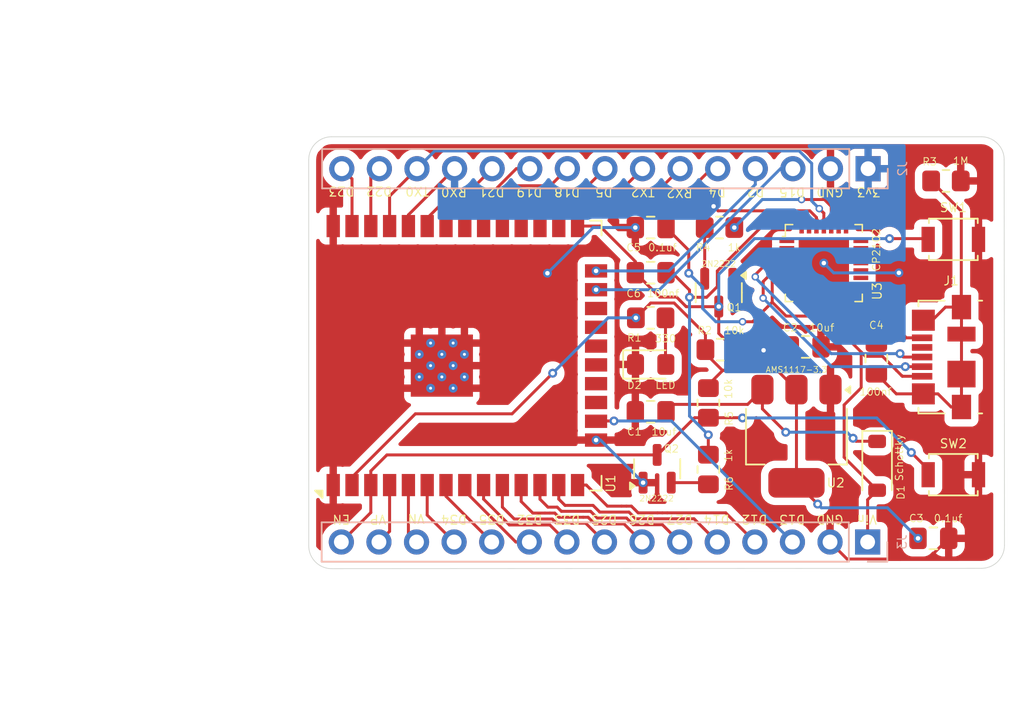
<source format=kicad_pcb>
(kicad_pcb (version 20241229) (generator "pcbnew") (generator_version "9.0")
  (title_block (title "ESP32 Dev Kit V1 (30 pin) Clone") (date "2025-04-15") (rev "3") (company "Brij Modi"))
  (layers (0 "F.Cu" signal) (2 "B.Cu" signal) (13 "F.Paste" user) (15 "B.Paste" user) (5 "F.SilkS" user "F.Silkscreen") (7 "B.SilkS" user "B.Silkscreen") (1 "F.Mask" user) (3 "B.Mask" user) (25 "Edge.Cuts" user))
  (net 0 "")
  (net 1 "Net-(D1-K)")
  (net 2 "GND")
  (net 3 "/3.3v")
  (net 4 "Net-(J1-Shield)")
  (net 5 "/5v")
  (net 6 "/DTR")
  (net 7 "/Boot")
  (net 8 "Net-(D2-A)")
  (net 10 "Net-(J1-D+)")
  (net 11 "Net-(J1-D-)")
  (net 12 "/D23")
  (net 13 "/TX2")
  (net 14 "/D5")
  (net 15 "/TX0")
  (net 16 "/D2")
  (net 17 "/D15")
  (net 18 "/D22")
  (net 19 "/D4")
  (net 20 "/D19")
  (net 21 "/D18")
  (net 22 "/D21")
  (net 23 "/RX2")
  (net 24 "/RX0")
  (net 25 "/D25")
  (net 26 "/D32")
  (net 27 "/D13")
  (net 28 "/D14")
  (net 29 "/D33")
  (net 30 "/D27")
  (net 31 "/D12")
  (net 32 "/EN")
  (net 33 "/D26")
  (net 34 "/D35")
  (net 35 "/VN")
  (net 36 "/VP")
  (net 37 "/D34")
  (net 38 "Net-(Q1-B)")
  (net 39 "Net-(Q2-B)")
  (net 40 "/RTS")
  (footprint "Resistor_SMD:R_0805_2012Metric_Pad1.20x1.40mm_HandSolder" (layer "F.Cu") (at 153.65 113.95 -90)
    (property "Reference" "R6")
    (property "Value" "1k")
  )
  (footprint "Diode_SMD:D_SOD-123" (layer "F.Cu") (at 165.05 113.7 -90)
    (property "Reference" "D1")
    (property "Value" "D_Schottky")
  )
  (footprint "Connector_USB:USB_Micro-B_Molex_47346-0001" (layer "F.Cu") (at 169.55 106.35 90)
    (property "Reference" "J1")
    (property "Value" "USB_B_Micro")
  )
  (footprint "Button_Switch_SMD:SW_SPST_B3U-1000P" (layer "F.Cu") (at 170.2 98.4)
    (property "Reference" "SW1")
    (property "Value" "SW_Push")
  )
  (footprint "Capacitor_SMD:C_0805_2012Metric_Pad1.18x1.45mm_HandSolder" (layer "F.Cu") (at 149.75 100.65 180)
    (property "Reference" "C6")
    (property "Value" "100nf")
  )
  (footprint "Button_Switch_SMD:SW_SPST_B3U-1000P" (layer "F.Cu") (at 170.2 114.3)
    (property "Reference" "SW2")
    (property "Value" "SW_Push")
  )
  (footprint "Resistor_SMD:R_0805_2012Metric_Pad1.20x1.40mm_HandSolder" (layer "F.Cu") (at 153.65 109.45 -90)
    (property "Reference" "R5")
    (property "Value" "10k")
  )
  (footprint "Package_TO_SOT_SMD:SOT-23" (layer "F.Cu") (at 154.35 102 -90)
    (property "Reference" "Q1")
    (property "Value" "2N2222")
  )
  (footprint "Resistor_SMD:R_0805_2012Metric_Pad1.20x1.40mm_HandSolder" (layer "F.Cu") (at 149.75 103.7)
    (property "Reference" "R1")
    (property "Value" "330")
  )
  (footprint "LED_SMD:LED_0805_2012Metric_Pad1.15x1.40mm_HandSolder" (layer "F.Cu") (at 149.75 106.85)
    (property "Reference" "D2")
    (property "Value" "LED")
  )
  (footprint "digikey-footprints:VFQFN-28-1EP_5x5mm" (layer "F.Cu") (at 161.45 100)
    (property "Reference" "U3")
    (property "Value" "CP2102-GMR_NRND")
  )
  (footprint "Capacitor_SMD:C_0805_2012Metric_Pad1.18x1.45mm_HandSolder" (layer "F.Cu") (at 165 106.45 90)
    (property "Reference" "C4")
    (property "Value" "100nf")
  )
  (footprint "Capacitor_SMD:C_0805_2012Metric_Pad1.18x1.45mm_HandSolder" (layer "F.Cu") (at 160.2232 105.664)
    (property "Reference" "C2")
    (property "Value" "10uf")
  )
  (footprint "Capacitor_SMD:C_0805_2012Metric_Pad1.18x1.45mm_HandSolder" (layer "F.Cu") (at 149.75 110.05 180)
    (property "Reference" "C1")
    (property "Value" "10uf")
  )
  (footprint "Capacitor_SMD:C_0805_2012Metric_Pad1.18x1.45mm_HandSolder" (layer "F.Cu") (at 149.75 97.6 180)
    (property "Reference" "C5")
    (property "Value" "0.1uf")
  )
  (footprint "Package_TO_SOT_SMD:SOT-23" (layer "F.Cu") (at 150.1875 113.9 90)
    (property "Reference" "Q2")
    (property "Value" "2N2222")
  )
  (footprint "RF_Module:ESP32-WROOM-32" (layer "F.Cu") (at 136.55 106.25 90)
    (property "Reference" "U1")
    (property "Value" "ESP32-WROOM-32")
  )
  (footprint "Resistor_SMD:R_0805_2012Metric_Pad1.20x1.40mm_HandSolder" (layer "F.Cu") (at 169.7 94.45)
    (property "Reference" "R3")
    (property "Value" "1M")
  )
  (footprint "Package_TO_SOT_SMD:SOT-223-3_TabPin2" (layer "F.Cu") (at 159.6 111.7 -90)
    (property "Reference" "U2")
    (property "Value" "AMS1117-3.3")
  )
  (footprint "Resistor_SMD:R_0805_2012Metric_Pad1.20x1.40mm_HandSolder" (layer "F.Cu") (at 154.45 105.85)
    (property "Reference" "R2")
    (property "Value" "10k")
  )
  (footprint "Capacitor_SMD:C_0805_2012Metric_Pad1.18x1.45mm_HandSolder" (layer "F.Cu") (at 168.85 118.6)
    (property "Reference" "C3")
    (property "Value" "0.1uf")
  )
  (footprint "Resistor_SMD:R_0805_2012Metric_Pad1.20x1.40mm_HandSolder" (layer "F.Cu") (at 154.4 97.6 180)
    (property "Reference" "R4")
    (property "Value" "1k")
  )
  (footprint "Connector_PinHeader_2.54mm:PinHeader_1x15_P2.54mm_Vertical" (layer "B.Cu") (at 164.4092 118.8466 90)
    (property "Reference" "J3")
    (property "Value" "Conn_01x15")
  )
  (footprint "Connector_PinHeader_2.54mm:PinHeader_1x15_P2.54mm_Vertical" (layer "B.Cu") (at 164.4396 93.6244 90)
    (property "Reference" "J2")
    (property "Value" "Conn_01x15")
  )
  (gr_arc (start 128.196016 120.65) (mid 127.099996 120.19602) (end 126.646016 119.1) (stroke (width 0.05)) (layer "Edge.Cuts"))
  (gr_line (start 128.180984 91.4654) (end 172.085 91.4654) (stroke (width 0.05)) (layer "Edge.Cuts"))
  (gr_arc (start 126.645943 93.0154) (mid 127.094642 91.924656) (end 128.180984 91.4654) (stroke (width 0.05)) (layer "Edge.Cuts"))
  (gr_arc (start 173.654016 119.0746) (mid 173.200036 120.17062) (end 172.104016 120.6246) (stroke (width 0.05)) (layer "Edge.Cuts"))
  (gr_line (start 173.653984 119.064641) (end 173.635 93.0154) (stroke (width 0.05)) (layer "Edge.Cuts"))
  (gr_line (start 126.6444 93.0148) (end 126.646016 119.092958) (stroke (width 0.05)) (layer "Edge.Cuts"))
  (gr_line (start 128.196016 120.65) (end 172.104016 120.6246) (stroke (width 0.05)) (layer "Edge.Cuts"))
  (gr_arc (start 172.085 91.4654) (mid 173.181016 91.919384) (end 173.635 93.0154) (stroke (width 0.05)) (layer "Edge.Cuts"))
  (gr_text "D34" (at 137.3832 116.967 180) (layer "F.SilkS") (effects (font (size 0.6 0.6) (thickness 0.08)) (justify left bottom)))
  (gr_text "VN" (at 134.5332 116.917 180) (layer "F.SilkS") (effects (font (size 0.6 0.6) (thickness 0.08)) (justify left bottom)))
  (gr_text "EN" (at 129.4832 116.967 180) (layer "F.SilkS") (effects (font (size 0.6 0.6) (thickness 0.08)) (justify left bottom)))
  (gr_text "D4" (at 154.8786 94.8436 180) (layer "F.SilkS") (effects (font (size 0.6 0.6) (thickness 0.08)) (justify left bottom)))
  (gr_text "VP" (at 131.9332 116.967 180) (layer "F.SilkS") (effects (font (size 0.6 0.6) (thickness 0.08)) (justify left bottom)))
  (gr_text "10uf" (at 161.3154 104.3686 0) (layer "F.SilkS") (effects (font (size 0.5 0.5) (thickness 0.06))))
  (gr_text "10k" (at 155.4 104.55 0) (layer "F.SilkS") (effects (font (size 0.5 0.5) (thickness 0.06))))
  (gr_text "D12" (at 157.6832 116.967 180) (layer "F.SilkS") (effects (font (size 0.6 0.6) (thickness 0.08)) (justify left bottom)))
  (gr_text "D5" (at 147.2286 94.8436 180) (layer "F.SilkS") (effects (font (size 0.6 0.6) (thickness 0.08)) (justify left bottom)))
  (gr_text "D18\n" (at 145.0286 94.8436 180) (layer "F.SilkS") (effects (font (size 0.6 0.6) (thickness 0.08)) (justify left bottom)))
  (gr_text "CP2102" (at 165 99.1 90) (layer "F.SilkS") (effects (font (size 0.5 0.5) (thickness 0.06))))
  (gr_text "D14" (at 155.1332 116.967 180) (layer "F.SilkS") (effects (font (size 0.6 0.6) (thickness 0.08)) (justify left bottom)))
  (gr_text "D25" (at 147.5332 116.967 180) (layer "F.SilkS") (effects (font (size 0.6 0.6) (thickness 0.08)) (justify left bottom)))
  (gr_text "330" (at 150.75 105.1 0) (layer "F.SilkS") (effects (font (size 0.5 0.5) (thickness 0.06))))
  (gr_text "D26" (at 150.0832 116.967 180) (layer "F.SilkS") (effects (font (size 0.6 0.6) (thickness 0.08)) (justify left bottom)))
  (gr_text "1M" (at 170.7 93.1 0) (layer "F.SilkS") (effects (font (size 0.5 0.5) (thickness 0.06))))
  (gr_text "100nf" (at 150.6 102.05 0) (layer "F.SilkS") (effects (font (size 0.5 0.5) (thickness 0.06))))
  (gr_text "RX2" (at 152.6286 94.8944 180) (layer "F.SilkS") (effects (font (size 0.6 0.6) (thickness 0.08)) (justify left bottom)))
  (gr_text "D27" (at 152.6332 116.967 180) (layer "F.SilkS") (effects (font (size 0.6 0.6) (thickness 0.08)) (justify left bottom)))
  (gr_text "D23" (at 129.7786 94.7936 180) (layer "F.SilkS") (effects (font (size 0.6 0.6) (thickness 0.08)) (justify left bottom)))
  (gr_text "GND" (at 162.8332 116.967 180) (layer "F.SilkS") (effects (font (size 0.6 0.6) (thickness 0.08)) (justify left bottom)))
  (gr_text "AMS1117-3.3" (at 159.6 107.2 0) (layer "F.SilkS") (effects (font (size 0.4 0.4) (thickness 0.05))))
  (gr_text "3v3" (at 165.3286 94.8436 180) (layer "F.SilkS") (effects (font (size 0.6 0.6) (thickness 0.08)) (justify left bottom)))
  (gr_text "0.1uf" (at 169.85 117.25 0) (layer "F.SilkS") (effects (font (size 0.5 0.5) (thickness 0.06))))
  (gr_text "D32" (at 142.4832 116.967 180) (layer "F.SilkS") (effects (font (size 0.6 0.6) (thickness 0.08)) (justify left bottom)))
  (gr_text "TX0" (at 134.8286 94.7936 180) (layer "F.SilkS") (effects (font (size 0.6 0.6) (thickness 0.08)) (justify left bottom)))
  (gr_text "0.1uf" (at 150.55 98.95 0) (layer "F.SilkS") (effects (font (size 0.5 0.5) (thickness 0.06))))
  (gr_text "D13" (at 160.2332 116.967 180) (layer "F.SilkS") (effects (font (size 0.6 0.6) (thickness 0.08)) (justify left bottom)))
  (gr_text "D21" (at 139.9286 94.8436 180) (layer "F.SilkS") (effects (font (size 0.6 0.6) (thickness 0.08)) (justify left bottom)))
  (gr_text "D2" (at 157.4786 94.8436 180) (layer "F.SilkS") (effects (font (size 0.6 0.6) (thickness 0.08)) (justify left bottom)))
  (gr_text "Schottky\n" (at 166.55 113.15 90) (layer "F.SilkS") (effects (font (size 0.5 0.5) (thickness 0.06))))
  (gr_text "10k" (at 155 108.5 90) (layer "F.SilkS") (effects (font (size 0.5 0.5) (thickness 0.06))))
  (gr_text "TX2" (at 150.0786 94.8436 180) (layer "F.SilkS") (effects (font (size 0.6 0.6) (thickness 0.08)) (justify left bottom)))
  (gr_text "2N2222\n" (at 150.15 115.9 0) (layer "F.SilkS") (effects (font (size 0.4 0.4) (thickness 0.05))))
  (gr_text "D33" (at 145.0332 116.967 180) (layer "F.SilkS") (effects (font (size 0.6 0.6) (thickness 0.08)) (justify left bottom)))
  (gr_text "10uf\n" (at 150.65 111.4 0) (layer "F.SilkS") (effects (font (size 0.5 0.5) (thickness 0.06))))
  (gr_text "D19" (at 142.4786 94.8436 180) (layer "F.SilkS") (effects (font (size 0.6 0.6) (thickness 0.08)) (justify left bottom)))
  (gr_text "GND" (at 162.8286 94.8436 180) (layer "F.SilkS") (effects (font (size 0.6 0.6) (thickness 0.08)) (justify left bottom)))
  (gr_text "LED" (at 150.75 108.25 0) (layer "F.SilkS") (effects (font (size 0.5 0.5) (thickness 0.06))))
  (gr_text "RX0\n" (at 137.3786 94.8436 180) (layer "F.SilkS") (effects (font (size 0.6 0.6) (thickness 0.08)) (justify left bottom)))
  (gr_text "Vin" (at 165.0832 116.967 180) (layer "F.SilkS") (effects (font (size 0.6 0.6) (thickness 0.08)) (justify left bottom)))
  (gr_text "1k" (at 155 113 90) (layer "F.SilkS") (effects (font (size 0.5 0.5) (thickness 0.06))))
  (gr_text "D22" (at 132.3286 94.7936 180) (layer "F.SilkS") (effects (font (size 0.6 0.6) (thickness 0.08)) (justify left bottom)))
  (gr_text "100nf\n" (at 164.95 108.7 0) (layer "F.SilkS") (effects (font (size 0.5 0.5) (thickness 0.06))))
  (gr_text "1k" (at 155.4 98.95 0) (layer "F.SilkS") (effects (font (size 0.5 0.5) (thickness 0.06))))
  (gr_text "D35" (at 139.9332 116.967 180) (layer "F.SilkS") (effects (font (size 0.6 0.6) (thickness 0.08)) (justify left bottom)))
  (gr_text "2N2222\n" (at 154.35 100.05 0) (layer "F.SilkS") (effects (font (size 0.4 0.4) (thickness 0.05))))
  (gr_text "D15" (at 160.2286 94.8436 180) (layer "F.SilkS") (effects (font (size 0.6 0.6) (thickness 0.08)) (justify left bottom)))
  (segment (start 157.3 108.55) (end 157.3 109.8528) (width 0.2) (layer "F.Cu") (net 1))
  (segment (start 157.3 109.8528) (end 158.877 111.4298) (width 0.2) (layer "F.Cu") (net 1))
  (segment (start 151.2885 109.549) (end 156.301 109.549) (width 0.2) (layer "F.Cu") (net 1))
  (segment (start 156.301 109.549) (end 157.3 108.55) (width 0.2) (layer "F.Cu") (net 1))
  (segment (start 150.7875 110.05) (end 151.2885 109.549) (width 0.2) (layer "F.Cu") (net 1))
  (segment (start 163.6268 112.0394) (end 165.0394 112.0394) (width 0.2) (layer "F.Cu") (net 1))
  (segment (start 165.0394 112.0394) (end 165.05 112.05) (width 0.2) (layer "F.Cu") (net 1))
  (segment (start 163.4236 111.8362) (end 163.6268 112.0394) (width 0.2) (layer "F.Cu") (net 1))
  (via (at 163.4236 111.8362) (size 0.6) (drill 0.3) (layers "F.Cu" "B.Cu") (net 1))
  (via (at 158.877 111.4298) (size 0.6) (drill 0.3) (layers "F.Cu" "B.Cu") (net 1))
  (segment (start 163.0172 111.4298) (end 158.877 111.4298) (width 0.2) (layer "B.Cu") (net 1))
  (segment (start 163.4236 111.8362) (end 163.0172 111.4298) (width 0.2) (layer "B.Cu") (net 1))
  (segment (start 163.0202 119.9976) (end 168.4899 119.9976) (width 0.2) (layer "F.Cu") (net 2))
  (segment (start 165.3625 105.05) (end 168.09 105.05) (width 0.2) (layer "F.Cu") (net 2))
  (segment (start 161.8692 118.8466) (end 163.0202 119.9976) (width 0.2) (layer "F.Cu") (net 2))
  (segment (start 158.95 99.5) (end 160.95 99.5) (width 0.2) (layer "F.Cu") (net 2))
  (segment (start 160.95 99.5) (end 161.45 100) (width 0.2) (layer "F.Cu") (net 2))
  (segment (start 156.8625 99.5) (end 158.95 99.5) (width 0.2) (layer "F.Cu") (net 2))
  (segment (start 155.3 101.0625) (end 156.8625 99.5) (width 0.2) (layer "F.Cu") (net 2))
  (segment (start 168.4899 119.9976) (end 169.8875 118.6) (width 0.2) (layer "F.Cu") (net 2))
  (segment (start 165 105.4125) (end 165.3625 105.05) (width 0.2) (layer "F.Cu") (net 2))
  (segment (start 148.725 110.0375) (end 148.7125 110.05) (width 0.2) (layer "F.Cu") (net 2))
  (via (at 166.5224 100.6602) (size 0.6) (drill 0.3) (layers "F.Cu" "B.Cu") (net 2))
  (via (at 161.45 100) (size 0.6) (drill 0.3) (layers "F.Cu" "B.Cu") (net 2))
  (via (at 146.06 111.96) (size 0.6) (drill 0.3) (layers "F.Cu" "B.Cu") (net 2))
  (via (at 148.7125 97.6) (size 0.6) (drill 0.3) (layers "F.Cu" "B.Cu") (net 2))
  (via (at 142.7734 100.6856) (size 0.6) (drill 0.3) (layers "F.Cu" "B.Cu") (net 2))
  (via (at 149.2375 114.8375) (size 0.6) (drill 0.3) (layers "F.Cu" "B.Cu") (net 2))
  (segment (start 146.36 111.96) (end 146.06 111.96) (width 0.2) (layer "B.Cu") (net 2))
  (segment (start 149.2375 114.8375) (end 146.36 111.96) (width 0.2) (layer "B.Cu") (net 2))
  (segment (start 162.1102 100.6602) (end 166.5224 100.6602) (width 0.2) (layer "B.Cu") (net 2))
  (segment (start 148.7125 97.6) (end 145.859 97.6) (width 0.2) (layer "B.Cu") (net 2))
  (segment (start 145.859 97.6) (end 142.7734 100.6856) (width 0.2) (layer "B.Cu") (net 2))
  (segment (start 161.45 100) (end 162.1102 100.6602) (width 0.2) (layer "B.Cu") (net 2))
  (segment (start 153.65 108.45) (end 153.65 108.224) (width 0.2) (layer "F.Cu") (net 3))
  (segment (start 129.57 114.468) (end 129.57 115) (width 0.2) (layer "F.Cu") (net 3))
  (segment (start 158.299 107.249) (end 154.851 107.249) (width 0.2) (layer "F.Cu") (net 3))
  (segment (start 154.5946 107.249) (end 153.45 106.1044) (width 0.2) (layer "F.Cu") (net 3))
  (segment (start 153.65 108.224) (end 154.625 107.249) (width 0.2) (layer "F.Cu") (net 3))
  (segment (start 153.45 104.81384) (end 153.45 105.85) (width 0.2) (layer "F.Cu") (net 3))
  (segment (start 133.8528 110.1852) (end 129.57 114.468) (width 0.2) (layer "F.Cu") (net 3))
  (segment (start 157.607 105.664) (end 157.3784 105.8926) (width 0.2) (layer "F.Cu") (net 3))
  (segment (start 140.3858 110.1852) (end 133.8528 110.1852) (width 0.2) (layer "F.Cu") (net 3))
  (segment (start 153.45 106.1044) (end 153.45 105.85) (width 0.2) (layer "F.Cu") (net 3))
  (segment (start 143.129 107.442) (end 140.3858 110.1852) (width 0.2) (layer "F.Cu") (net 3))
  (segment (start 149.751 102.699) (end 151.33516 102.699) (width 0.2) (layer "F.Cu") (net 3))
  (segment (start 154.851 107.249) (end 154.5946 107.249) (width 0.2) (layer "F.Cu") (net 3))
  (segment (start 159.1857 106.3623) (end 158.299 107.249) (width 0.2) (layer "F.Cu") (net 3))
  (segment (start 154.625 107.249) (end 154.851 107.249) (width 0.2) (layer "F.Cu") (net 3))
  (segment (start 159.6 108.6244) (end 159.5628 108.5872) (width 0.2) (layer "F.Cu") (net 3))
  (segment (start 148.75 103.7) (end 149.751 102.699) (width 0.2) (layer "F.Cu") (net 3))
  (segment (start 159.1857 105.664) (end 159.1857 106.3623) (width 0.2) (layer "F.Cu") (net 3))
  (segment (start 157.3784 105.8926) (end 157.3784 105.89) (width 0.2) (layer "F.Cu") (net 3))
  (segment (start 161.0336 116.2836) (end 159.6 114.85) (width 0.2) (layer "F.Cu") (net 3))
  (segment (start 159.1857 105.664) (end 157.607 105.664) (width 0.2) (layer "F.Cu") (net 3))
  (segment (start 151.33516 102.699) (end 153.45 104.81384) (width 0.2) (layer "F.Cu") (net 3))
  (segment (start 159.6 108.55) (end 158.299 107.249) (width 0.2) (layer "F.Cu") (net 3))
  (segment (start 159.6 114.85) (end 159.6 108.6244) (width 0.2) (layer "F.Cu") (net 3))
  (via (at 148.75 103.7) (size 0.6) (drill 0.3) (layers "F.Cu" "B.Cu") (net 3))
  (via (at 161.0336 116.2836) (size 0.6) (drill 0.3) (layers "F.Cu" "B.Cu") (net 3))
  (via (at 143.129 107.442) (size 0.6) (drill 0.3) (layers "F.Cu" "B.Cu") (net 3))
  (via (at 167.8125 118.6) (size 0.6) (drill 0.3) (layers "F.Cu" "B.Cu") (net 3))
  (via (at 157.3784 105.8926) (size 0.6) (drill 0.3) (layers "F.Cu" "B.Cu") (net 3))
  (segment (start 143.129 107.442) (end 146.871 103.7) (width 0.2) (layer "B.Cu") (net 3))
  (segment (start 161.0336 116.2836) (end 161.2852 116.5352) (width 0.2) (layer "B.Cu") (net 3))
  (segment (start 146.871 103.7) (end 148.75 103.7) (width 0.2) (layer "B.Cu") (net 3))
  (segment (start 165.7477 116.5352) (end 167.8125 118.6) (width 0.2) (layer "B.Cu") (net 3))
  (segment (start 161.2852 116.5352) (end 165.7477 116.5352) (width 0.2) (layer "B.Cu") (net 3))
  (segment (start 168.175 108.8375) (end 169.1625 108.8375) (width 0.2) (layer "F.Cu") (net 4))
  (segment (start 170.75 107.5) (end 170.75 104.8) (width 0.2) (layer "F.Cu") (net 4))
  (segment (start 170.05 109.725) (end 170.75 109.725) (width 0.2) (layer "F.Cu") (net 4))
  (segment (start 170.7388 96.4888) (end 170.7388 102.9638) (width 0.2) (layer "F.Cu") (net 4))
  (segment (start 170.75 109.725) (end 170.75 107.5) (width 0.2) (layer "F.Cu") (net 4))
  (segment (start 165 107.4875) (end 166.35 108.8375) (width 0.2) (layer "F.Cu") (net 4))
  (segment (start 168.175 103.8625) (end 168.7811 103.8625) (width 0.2) (layer "F.Cu") (net 4))
  (segment (start 170.7388 102.9638) (end 170.75 102.975) (width 0.2) (layer "F.Cu") (net 4))
  (segment (start 170.75 104.8) (end 170.75 102.975) (width 0.2) (layer "F.Cu") (net 4))
  (segment (start 168.7 94.45) (end 170.7388 96.4888) (width 0.2) (layer "F.Cu") (net 4))
  (segment (start 168.7811 103.8625) (end 169.6686 102.975) (width 0.2) (layer "F.Cu") (net 4))
  (segment (start 166.35 108.8375) (end 168.175 108.8375) (width 0.2) (layer "F.Cu") (net 4))
  (segment (start 169.6686 102.975) (end 170.75 102.975) (width 0.2) (layer "F.Cu") (net 4))
  (segment (start 169.1625 108.8375) (end 170.05 109.725) (width 0.2) (layer "F.Cu") (net 4))
  (segment (start 166.705257 107.601) (end 166.7068 107.601) (width 0.2) (layer "F.Cu") (net 5))
  (segment (start 166.3532 107.2474) (end 166.3532 107.248943) (width 0.2) (layer "F.Cu") (net 5))
  (segment (start 164.28984 106.301) (end 165.41216 106.301) (width 0.2) (layer "F.Cu") (net 5))
  (segment (start 155.956 103.964022) (end 156.639978 103.964022) (width 0.2) (layer "F.Cu") (net 5))
  (segment (start 166.026 106.91484) (end 166.026 106.9202) (width 0.2) (layer "F.Cu") (net 5))
  (segment (start 159.95 102.5) (end 159.95 103.0794) (width 0.2) (layer "F.Cu") (net 5))
  (segment (start 157.9626 101.2354) (end 158.198 101) (width 0.2) (layer "F.Cu") (net 5))
  (segment (start 166.026 106.9202) (end 166.3532 107.2474) (width 0.2) (layer "F.Cu") (net 5))
  (segment (start 164.4092 118.8466) (end 164.4092 115.9908) (width 0.2) (layer "F.Cu") (net 5))
  (segment (start 165.41216 106.301) (end 166.026 106.91484) (width 0.2) (layer "F.Cu") (net 5))
  (segment (start 150.7875 97.6) (end 152.3238 99.1363) (width 0.2) (layer "F.Cu") (net 5))
  (segment (start 158.9024 103.5812) (end 160.4518 103.5812) (width 0.2) (layer "F.Cu") (net 5))
  (segment (start 166.7558 107.65) (end 168.09 107.65) (width 0.2) (layer "F.Cu") (net 5))
  (segment (start 161.544 103.5812) (end 160.4518 103.5812) (width 0.2) (layer "F.Cu") (net 5))
  (segment (start 162.8226 109.583408) (end 163.974 108.432008) (width 0.2) (layer "F.Cu") (net 5))
  (segment (start 163.974 108.432008) (end 163.974 106.0112) (width 0.2) (layer "F.Cu") (net 5))
  (segment (start 164.4092 115.9908) (end 165.05 115.35) (width 0.2) (layer "F.Cu") (net 5))
  (segment (start 164.28784 106.299) (end 164.28984 106.301) (width 0.2) (layer "F.Cu") (net 5))
  (segment (start 163.974 106.0112) (end 161.544 103.5812) (width 0.2) (layer "F.Cu") (net 5))
  (segment (start 164.2618 106.299) (end 163.974 106.0112) (width 0.2) (layer "F.Cu") (net 5))
  (segment (start 166.7068 107.601) (end 166.7558 107.65) (width 0.2) (layer "F.Cu") (net 5))
  (segment (start 152.3238 99.1363) (end 152.3238 100.6856) (width 0.2) (layer "F.Cu") (net 5))
  (segment (start 156.639978 103.964022) (end 157.9626 102.6414) (width 0.2) (layer "F.Cu") (net 5))
  (segment (start 164.2618 106.299) (end 164.28784 106.299) (width 0.2) (layer "F.Cu") (net 5))
  (segment (start 162.8226 113.1226) (end 162.8226 109.583408) (width 0.2) (layer "F.Cu") (net 5))
  (segment (start 157.9626 102.6414) (end 158.9024 103.5812) (width 0.2) (layer "F.Cu") (net 5))
  (segment (start 159.95 103.0794) (end 160.4518 103.5812) (width 0.2) (layer "F.Cu") (net 5))
  (segment (start 157.9626 102.6414) (end 157.9626 101.2354) (width 0.2) (layer "F.Cu") (net 5))
  (segment (start 158.198 101) (end 158.95 101) (width 0.2) (layer "F.Cu") (net 5))
  (segment (start 166.3532 107.248943) (end 166.705257 107.601) (width 0.2) (layer "F.Cu") (net 5))
  (segment (start 165.05 115.35) (end 162.8226 113.1226) (width 0.2) (layer "F.Cu") (net 5))
  (via (at 155.956 103.964022) (size 0.5) (drill 0.3) (layers "F.Cu" "B.Cu") (net 5))
  (via (at 152.3238 100.6856) (size 0.6) (drill 0.3) (layers "F.Cu" "B.Cu") (net 5))
  (segment (start 154.1526 103.9622) (end 153.2636 103.0732) (width 0.2) (layer "B.Cu") (net 5))
  (segment (start 155.954178 103.9622) (end 154.1526 103.9622) (width 0.2) (layer "B.Cu") (net 5))
  (segment (start 155.956 103.964022) (end 155.954178 103.9622) (width 0.2) (layer "B.Cu") (net 5))
  (segment (start 153.2636 103.0732) (end 153.2636 101.6254) (width 0.2) (layer "B.Cu") (net 5))
  (segment (start 153.2636 101.6254) (end 152.3238 100.6856) (width 0.2) (layer "B.Cu") (net 5))
  (segment (start 152.3746 102.3112) (end 153.530768 102.3112) (width 0.2) (layer "F.Cu") (net 6))
  (segment (start 153.530768 102.3112) (end 154.2542 101.587768) (width 0.2) (layer "F.Cu") (net 6))
  (segment (start 159.8676 96.8756) (end 159.95 96.958) (width 0.2) (layer "F.Cu") (net 6))
  (segment (start 157.9118 96.8756) (end 159.8676 96.8756) (width 0.2) (layer "F.Cu") (net 6))
  (segment (start 159.95 96.958) (end 159.95 97.5) (width 0.2) (layer "F.Cu") (net 6))
  (segment (start 154.2542 100.5332) (end 157.9118 96.8756) (width 0.2) (layer "F.Cu") (net 6))
  (segment (start 152.3746 102.3112) (end 152.3746 101.8286) (width 0.2) (layer "F.Cu") (net 6))
  (segment (start 154.2542 101.587768) (end 154.2542 100.5332) (width 0.2) (layer "F.Cu") (net 6))
  (segment (start 151.196 100.65) (end 150.7875 100.65) (width 0.2) (layer "F.Cu") (net 6))
  (segment (start 152.3746 101.8286) (end 151.196 100.65) (width 0.2) (layer "F.Cu") (net 6))
  (segment (start 153.6446 112.9446) (end 153.65 112.95) (width 0.2) (layer "F.Cu") (net 6))
  (segment (start 153.6446 111.6076) (end 153.6446 112.9446) (width 0.2) (layer "F.Cu") (net 6))
  (via (at 152.3746 102.3112) (size 0.6) (drill 0.3) (layers "F.Cu" "B.Cu") (net 6))
  (via (at 153.6446 111.6076) (size 0.6) (drill 0.3) (layers "F.Cu" "B.Cu") (net 6))
  (segment (start 152.3746 102.3112) (end 152.3746 110.3376) (width 0.2) (layer "B.Cu") (net 6))
  (segment (start 152.3746 110.3376) (end 153.6446 111.6076) (width 0.2) (layer "B.Cu") (net 6))
  (segment (start 165.8874 98.3488) (end 168.4488 98.3488) (width 0.2) (layer "F.Cu") (net 7))
  (segment (start 146.3188 97.5) (end 148.7125 99.8937) (width 0.2) (layer "F.Cu") (net 7))
  (segment (start 151.73616 102.5329) (end 152.14946 102.9462) (width 0.2) (layer "F.Cu") (net 7))
  (segment (start 151.16906 102.298) (end 151.50126 102.298) (width 0.2) (layer "F.Cu") (net 7))
  (segment (start 150.3605 102.298) (end 151.16906 102.298) (width 0.2) (layer "F.Cu") (net 7))
  (segment (start 155.45 105.85) (end 154.35 104.75) (width 0.2) (layer "F.Cu") (net 7))
  (segment (start 148.7125 99.8937) (end 148.7125 100.65) (width 0.2) (layer "F.Cu") (net 7))
  (segment (start 148.7125 100.65) (end 150.3605 102.298) (width 0.2) (layer "F.Cu") (net 7))
  (segment (start 154.35 104.75) (end 154.35 102.9375) (width 0.2) (layer "F.Cu") (net 7))
  (segment (start 144.81 97.5) (end 146.3188 97.5) (width 0.2) (layer "F.Cu") (net 7))
  (segment (start 154.3413 102.9462) (end 154.35 102.9375) (width 0.2) (layer "F.Cu") (net 7))
  (segment (start 152.14946 102.9462) (end 154.3413 102.9462) (width 0.2) (layer "F.Cu") (net 7))
  (segment (start 151.50126 102.298) (end 151.73616 102.5329) (width 0.2) (layer "F.Cu") (net 7))
  (via (at 165.8874 98.3488) (size 0.6) (drill 0.3) (layers "F.Cu" "B.Cu") (net 7))
  (via (at 154.35 102.9375) (size 0.6) (drill 0.3) (layers "F.Cu" "B.Cu") (net 7))
  (segment (start 156.7688 98.3488) (end 154.35 100.7676) (width 0.2) (layer "B.Cu") (net 7))
  (segment (start 165.8874 98.3488) (end 156.7688 98.3488) (width 0.2) (layer "B.Cu") (net 7))
  (segment (start 154.35 100.7676) (end 154.35 102.9375) (width 0.2) (layer "B.Cu") (net 7))
  (segment (start 150.75 103.7) (end 150.75 106.825) (width 0.2) (layer "F.Cu") (net 8))
  (segment (start 150.75 106.825) (end 150.775 106.85) (width 0.2) (layer "F.Cu") (net 8))
  (segment (start 166.8274 106.35) (end 166.5986 106.1212) (width 0.2) (layer "F.Cu") (net 10))
  (segment (start 156.818492 100.788308) (end 157.6068 100) (width 0.2) (layer "F.Cu") (net 10))
  (segment (start 156.818492 100.930379) (end 156.818492 100.788308) (width 0.2) (layer "F.Cu") (net 10))
  (segment (start 168.09 106.35) (end 166.8274 106.35) (width 0.2) (layer "F.Cu") (net 10))
  (segment (start 157.6068 100) (end 158.95 100) (width 0.2) (layer "F.Cu") (net 10))
  (via (at 166.5986 106.1212) (size 0.6) (drill 0.3) (layers "F.Cu" "B.Cu") (net 10))
  (via (at 156.818492 100.930379) (size 0.5) (drill 0.3) (layers "F.Cu" "B.Cu") (net 10))
  (segment (start 156.818492 100.930379) (end 156.7942 100.954671) (width 0.2) (layer "B.Cu") (net 10))
  (segment (start 161.9504 106.1212) (end 166.5986 106.1212) (width 0.2) (layer "B.Cu") (net 10))
  (segment (start 156.7942 100.965) (end 161.9504 106.1212) (width 0.2) (layer "B.Cu") (net 10))
  (segment (start 156.7942 100.954671) (end 156.7942 100.965) (width 0.2) (layer "B.Cu") (net 10))
  (segment (start 166.9542 107) (end 168.09 107) (width 0.2) (layer "F.Cu") (net 11))
  (segment (start 157.353 102.359732) (end 157.353 101.2444) (width 0.2) (layer "F.Cu") (net 11))
  (segment (start 157.346701 102.366031) (end 157.353 102.359732) (width 0.2) (layer "F.Cu") (net 11))
  (segment (start 157.353 101.2444) (end 158.0974 100.5) (width 0.2) (layer "F.Cu") (net 11))
  (segment (start 158.0974 100.5) (end 158.95 100.5) (width 0.2) (layer "F.Cu") (net 11))
  (via (at 166.9542 107) (size 0.6) (drill 0.3) (layers "F.Cu" "B.Cu") (net 11))
  (via (at 157.346701 102.366031) (size 0.5) (drill 0.3) (layers "F.Cu" "B.Cu") (net 11))
  (segment (start 161.98067 107) (end 166.9542 107) (width 0.2) (layer "B.Cu") (net 11))
  (segment (start 157.346701 102.366031) (end 161.98067 107) (width 0.2) (layer "B.Cu") (net 11))
  (segment (start 128.8796 93.6244) (end 129.57 94.3148) (width 0.2) (layer "F.Cu") (net 12))
  (segment (start 129.57 94.3148) (end 129.57 97.5) (width 0.2) (layer "F.Cu") (net 12))
  (segment (start 141 96.968) (end 142.3906 95.5774) (width 0.2) (layer "F.Cu") (net 13))
  (segment (start 141 97.5) (end 141 96.968) (width 0.2) (layer "F.Cu") (net 13))
  (segment (start 147.2466 95.5774) (end 149.1996 93.6244) (width 0.2) (layer "F.Cu") (net 13))
  (segment (start 142.3906 95.5774) (end 147.2466 95.5774) (width 0.2) (layer "F.Cu") (net 13))
  (segment (start 139.73 96.968) (end 141.5216 95.1764) (width 0.2) (layer "F.Cu") (net 14))
  (segment (start 141.5216 95.1764) (end 142.8025 95.1764) (width 0.2) (layer "F.Cu") (net 14))
  (segment (start 142.8025 95.1764) (end 143.1347 95.1764) (width 0.2) (layer "F.Cu") (net 14))
  (segment (start 139.73 97.5) (end 139.73 96.968) (width 0.2) (layer "F.Cu") (net 14))
  (segment (start 145.1102 95.1738) (end 146.6596 93.6244) (width 0.2) (layer "F.Cu") (net 14))
  (segment (start 143.1347 95.1764) (end 143.1373 95.1738) (width 0.2) (layer "F.Cu") (net 14))
  (segment (start 143.1373 95.1738) (end 145.1102 95.1738) (width 0.2) (layer "F.Cu") (net 14))
  (segment (start 132.11 95.474) (end 132.11 97.5) (width 0.2) (layer "F.Cu") (net 15))
  (segment (start 161.142107 96.321307) (end 161.45 96.6292) (width 0.2) (layer "F.Cu") (net 15))
  (segment (start 133.9596 93.6244) (end 132.11 95.474) (width 0.2) (layer "F.Cu") (net 15))
  (segment (start 161.45 96.6292) (end 161.45 97.5) (width 0.2) (layer "F.Cu") (net 15))
  (via (at 161.142107 96.321307) (size 0.5) (drill 0.3) (layers "F.Cu" "B.Cu") (net 15))
  (segment (start 161.142107 96.321307) (end 160.758627 95.937827) (width 0.2) (layer "B.Cu") (net 15))
  (segment (start 160.6296 93.26664) (end 159.78496 92.422) (width 0.2) (layer "B.Cu") (net 15))
  (segment (start 160.758627 95.937827) (end 160.758627 95.935432) (width 0.2) (layer "B.Cu") (net 15))
  (segment (start 160.758627 95.935432) (end 160.6296 95.806404) (width 0.2) (layer "B.Cu") (net 15))
  (segment (start 160.6296 95.806404) (end 160.6296 93.26664) (width 0.2) (layer "B.Cu") (net 15))
  (segment (start 135.162 92.422) (end 133.9596 93.6244) (width 0.2) (layer "B.Cu") (net 15))
  (segment (start 159.78496 92.422) (end 135.162 92.422) (width 0.2) (layer "B.Cu") (net 15))
  (via (at 146.06 100.53) (size 0.6) (drill 0.3) (layers "F.Cu" "B.Cu") (net 16))
  (segment (start 150.9808 100.53) (end 146.06 100.53) (width 0.2) (layer "B.Cu") (net 16))
  (segment (start 156.8196 93.6244) (end 156.8196 94.6912) (width 0.2) (layer "B.Cu") (net 16))
  (segment (start 156.8196 94.6912) (end 150.9808 100.53) (width 0.2) (layer "B.Cu") (net 16))
  (via (at 146.06 101.8) (size 0.6) (drill 0.3) (layers "F.Cu" "B.Cu") (net 17))
  (segment (start 159.3596 93.6244) (end 158.5214 93.6244) (width 0.2) (layer "B.Cu") (net 17))
  (segment (start 158.5214 93.6244) (end 150.3458 101.8) (width 0.2) (layer "B.Cu") (net 17))
  (segment (start 150.3458 101.8) (end 146.06 101.8) (width 0.2) (layer "B.Cu") (net 17))
  (segment (start 131.4196 93.6244) (end 130.84 94.204) (width 0.2) (layer "F.Cu") (net 18))
  (segment (start 130.84 94.204) (end 130.84 97.5) (width 0.2) (layer "F.Cu") (net 18))
  (segment (start 143.54 96.55) (end 143.7106 96.3794) (width 0.2) (layer "F.Cu") (net 19))
  (segment (start 153.8478 93.6244) (end 154.2796 93.6244) (width 0.2) (layer "F.Cu") (net 19))
  (segment (start 143.7106 96.3794) (end 151.0928 96.3794) (width 0.2) (layer "F.Cu") (net 19))
  (segment (start 143.54 97.5) (end 143.54 96.55) (width 0.2) (layer "F.Cu") (net 19))
  (segment (start 151.0928 96.3794) (end 153.8478 93.6244) (width 0.2) (layer "F.Cu") (net 19))
  (segment (start 137.19 97.5) (end 137.19 97.10176) (width 0.2) (layer "F.Cu") (net 20))
  (segment (start 137.19 97.10176) (end 140.66736 93.6244) (width 0.2) (layer "F.Cu") (net 20))
  (segment (start 140.66736 93.6244) (end 141.5796 93.6244) (width 0.2) (layer "F.Cu") (net 20))
  (segment (start 142.9686 94.7754) (end 144.1196 93.6244) (width 0.2) (layer "F.Cu") (net 21))
  (segment (start 138.46 96.968) (end 140.6526 94.7754) (width 0.2) (layer "F.Cu") (net 21))
  (segment (start 138.46 97.5) (end 138.46 96.968) (width 0.2) (layer "F.Cu") (net 21))
  (segment (start 140.6526 94.7754) (end 142.9686 94.7754) (width 0.2) (layer "F.Cu") (net 21))
  (segment (start 134.65 96.968) (end 134.65 97.5) (width 0.2) (layer "F.Cu") (net 22))
  (segment (start 136.4188 95.1992) (end 134.65 96.968) (width 0.2) (layer "F.Cu") (net 22))
  (segment (start 139.0396 93.6244) (end 137.4648 95.1992) (width 0.2) (layer "F.Cu") (net 22))
  (segment (start 137.4648 95.1992) (end 136.4188 95.1992) (width 0.2) (layer "F.Cu") (net 22))
  (segment (start 142.8416 95.9784) (end 149.3856 95.9784) (width 0.2) (layer "F.Cu") (net 23))
  (segment (start 142.27 96.55) (end 142.8416 95.9784) (width 0.2) (layer "F.Cu") (net 23))
  (segment (start 149.3856 95.9784) (end 151.7396 93.6244) (width 0.2) (layer "F.Cu") (net 23))
  (segment (start 142.27 97.5) (end 142.27 96.55) (width 0.2) (layer "F.Cu") (net 23))
  (segment (start 160.95 96.9166) (end 160.95 97.5) (width 0.2) (layer "F.Cu") (net 24))
  (segment (start 160.5026 96.4692) (end 160.95 96.9166) (width 0.2) (layer "F.Cu") (net 24))
  (segment (start 136.4996 93.6244) (end 133.38 96.744) (width 0.2) (layer "F.Cu") (net 24))
  (segment (start 154.305 96.4692) (end 160.5026 96.4692) (width 0.2) (layer "F.Cu") (net 24))
  (segment (start 133.38 96.744) (end 133.38 97.5) (width 0.2) (layer "F.Cu") (net 24))
  (segment (start 154.0002 96.1644) (end 154.305 96.4692) (width 0.2) (layer "F.Cu") (net 24))
  (via (at 154.0002 96.1644) (size 0.6) (drill 0.3) (layers "F.Cu" "B.Cu") (net 24))
  (segment (start 143.3863 117.5766) (end 145.3592 117.5766) (width 0.2) (layer "F.Cu") (net 25))
  (segment (start 143.1043 117.2946) (end 143.3392 117.5295) (width 0.2) (layer "F.Cu") (net 25))
  (segment (start 142.7721 117.2946) (end 143.1043 117.2946) (width 0.2) (layer "F.Cu") (net 25))
  (segment (start 140.5356 117.2946) (end 142.7721 117.2946) (width 0.2) (layer "F.Cu") (net 25))
  (segment (start 139.73 115) (end 139.73 116.489) (width 0.2) (layer "F.Cu") (net 25))
  (segment (start 145.3592 117.5766) (end 146.6292 118.8466) (width 0.2) (layer "F.Cu") (net 25))
  (segment (start 139.73 116.489) (end 140.5356 117.2946) (width 0.2) (layer "F.Cu") (net 25))
  (segment (start 143.3392 117.5295) (end 143.3863 117.5766) (width 0.2) (layer "F.Cu") (net 25))
  (segment (start 137.19 115) (end 137.19 115.39964) (width 0.2) (layer "F.Cu") (net 26))
  (segment (start 140.63696 118.8466) (end 141.5492 118.8466) (width 0.2) (layer "F.Cu") (net 26))
  (segment (start 137.19 115.39964) (end 140.63696 118.8466) (width 0.2) (layer "F.Cu") (net 26))
  (segment (start 147.2692 110.6678) (end 146.0822 110.6678) (width 0.2) (layer "F.Cu") (net 27))
  (segment (start 146.0822 110.6678) (end 146.06 110.69) (width 0.2) (layer "F.Cu") (net 27))
  (via (at 147.2692 110.6678) (size 0.6) (drill 0.3) (layers "F.Cu" "B.Cu") (net 27))
  (segment (start 159.3292 118.8466) (end 151.1504 110.6678) (width 0.2) (layer "B.Cu") (net 27))
  (segment (start 151.1504 110.6678) (end 147.2692 110.6678) (width 0.2) (layer "B.Cu") (net 27))
  (segment (start 143.54 115) (end 143.54 115.95) (width 0.2) (layer "F.Cu") (net 28))
  (segment (start 146.3093 116.8254) (end 148.2822 116.8254) (width 0.2) (layer "F.Cu") (net 28))
  (segment (start 143.54 115.95) (end 143.9636 116.3736) (width 0.2) (layer "F.Cu") (net 28))
  (segment (start 145.8575 116.3736) (end 146.3093 116.8254) (width 0.2) (layer "F.Cu") (net 28))
  (segment (start 148.2822 116.8254) (end 148.734 117.2772) (width 0.2) (layer "F.Cu") (net 28))
  (segment (start 152.6798 117.2772) (end 154.2492 118.8466) (width 0.2) (layer "F.Cu") (net 28))
  (segment (start 143.9636 116.3736) (end 145.8575 116.3736) (width 0.2) (layer "F.Cu") (net 28))
  (segment (start 148.734 117.2772) (end 152.6798 117.2772) (width 0.2) (layer "F.Cu") (net 28))
  (segment (start 140.2056 117.6956) (end 142.9382 117.6956) (width 0.2) (layer "F.Cu") (net 29))
  (segment (start 138.46 115.95) (end 140.2056 117.6956) (width 0.2) (layer "F.Cu") (net 29))
  (segment (start 142.9382 117.6956) (end 144.0892 118.8466) (width 0.2) (layer "F.Cu") (net 29))
  (segment (start 138.46 115) (end 138.46 115.95) (width 0.2) (layer "F.Cu") (net 29))
  (segment (start 142.27 115) (end 142.27 115.9556) (width 0.2) (layer "F.Cu") (net 30))
  (segment (start 148.1161 117.2264) (end 148.5679 117.6782) (width 0.2) (layer "F.Cu") (net 30))
  (segment (start 142.27 115.9556) (end 142.807 116.4926) (width 0.2) (layer "F.Cu") (net 30))
  (segment (start 143.7185 116.7746) (end 145.6914 116.7746) (width 0.2) (layer "F.Cu") (net 30))
  (segment (start 143.4365 116.4926) (end 143.7185 116.7746) (width 0.2) (layer "F.Cu") (net 30))
  (segment (start 150.5408 117.6782) (end 151.7092 118.8466) (width 0.2) (layer "F.Cu") (net 30))
  (segment (start 145.6914 116.7746) (end 146.1432 117.2264) (width 0.2) (layer "F.Cu") (net 30))
  (segment (start 142.807 116.4926) (end 143.4365 116.4926) (width 0.2) (layer "F.Cu") (net 30))
  (segment (start 146.1432 117.2264) (end 148.1161 117.2264) (width 0.2) (layer "F.Cu") (net 30))
  (segment (start 148.5679 117.6782) (end 150.5408 117.6782) (width 0.2) (layer "F.Cu") (net 30))
  (segment (start 150.2086 116.8762) (end 150.5408 116.8762) (width 0.2) (layer "F.Cu") (net 31))
  (segment (start 150.5408 116.8762) (end 150.873 116.8762) (width 0.2) (layer "F.Cu") (net 31))
  (segment (start 148.6832 116.6593) (end 148.9001 116.8762) (width 0.2) (layer "F.Cu") (net 31))
  (segment (start 148.1161 116.4244) (end 148.4483 116.4244) (width 0.2) (layer "F.Cu") (net 31))
  (segment (start 146.8282 116.4244) (end 147.7839 116.4244) (width 0.2) (layer "F.Cu") (net 31))
  (segment (start 145.4038 115) (end 146.8282 116.4244) (width 0.2) (layer "F.Cu") (net 31))
  (segment (start 147.7839 116.4244) (end 148.1161 116.4244) (width 0.2) (layer "F.Cu") (net 31))
  (segment (start 148.4483 116.4244) (end 148.6832 116.6593) (width 0.2) (layer "F.Cu") (net 31))
  (segment (start 148.9001 116.8762) (end 150.2086 116.8762) (width 0.2) (layer "F.Cu") (net 31))
  (segment (start 150.873 116.8762) (end 154.8188 116.8762) (width 0.2) (layer "F.Cu") (net 31))
  (segment (start 154.8188 116.8762) (end 156.7892 118.8466) (width 0.2) (layer "F.Cu") (net 31))
  (segment (start 144.81 115) (end 145.4038 115) (width 0.2) (layer "F.Cu") (net 31))
  (segment (start 130.84 116.8558) (end 128.8492 118.8466) (width 0.2) (layer "F.Cu") (net 32))
  (segment (start 155.9414 110.45) (end 155.956 110.4646) (width 0.2) (layer "F.Cu") (net 32))
  (segment (start 167.3606 112.8014) (end 168.5 113.9408) (width 0.2) (layer "F.Cu") (net 32))
  (segment (start 131.9275 112.9625) (end 150.1875 112.9625) (width 0.2) (layer "F.Cu") (net 32))
  (segment (start 130.84 115) (end 130.84 114.05) (width 0.2) (layer "F.Cu") (net 32))
  (segment (start 130.84 115) (end 130.84 116.8558) (width 0.2) (layer "F.Cu") (net 32))
  (segment (start 150.1875 112.9625) (end 150.2069 112.9625) (width 0.2) (layer "F.Cu") (net 32))
  (segment (start 168.5 113.9408) (end 168.5 114.3) (width 0.2) (layer "F.Cu") (net 32))
  (segment (start 152.7194 110.45) (end 153.65 110.45) (width 0.2) (layer "F.Cu") (net 32))
  (segment (start 153.65 110.45) (end 155.9414 110.45) (width 0.2) (layer "F.Cu") (net 32))
  (segment (start 130.84 114.05) (end 131.9275 112.9625) (width 0.2) (layer "F.Cu") (net 32))
  (segment (start 150.2069 112.9625) (end 152.7194 110.45) (width 0.2) (layer "F.Cu") (net 32))
  (via (at 167.3606 112.8014) (size 0.6) (drill 0.3) (layers "F.Cu" "B.Cu") (net 32))
  (via (at 155.956 110.4646) (size 0.6) (drill 0.3) (layers "F.Cu" "B.Cu") (net 32))
  (segment (start 165.0238 110.4646) (end 155.956 110.4646) (width 0.2) (layer "B.Cu") (net 32))
  (segment (start 167.3606 112.8014) (end 165.0238 110.4646) (width 0.2) (layer "B.Cu") (net 32))
  (segment (start 145.9771 117.6274) (end 147.95 117.6274) (width 0.2) (layer "F.Cu") (net 33))
  (segment (start 141 116.108) (end 141.7856 116.8936) (width 0.2) (layer "F.Cu") (net 33))
  (segment (start 147.95 117.6274) (end 149.1692 118.8466) (width 0.2) (layer "F.Cu") (net 33))
  (segment (start 142.606 116.8936) (end 142.9382 116.8936) (width 0.2) (layer "F.Cu") (net 33))
  (segment (start 145.5253 117.1756) (end 145.7602 117.4105) (width 0.2) (layer "F.Cu") (net 33))
  (segment (start 143.2704 116.8936) (end 143.5053 117.1285) (width 0.2) (layer "F.Cu") (net 33))
  (segment (start 143.5524 117.1756) (end 145.1931 117.1756) (width 0.2) (layer "F.Cu") (net 33))
  (segment (start 143.5053 117.1285) (end 143.5524 117.1756) (width 0.2) (layer "F.Cu") (net 33))
  (segment (start 145.1931 117.1756) (end 145.5253 117.1756) (width 0.2) (layer "F.Cu") (net 33))
  (segment (start 142.9382 116.8936) (end 143.2704 116.8936) (width 0.2) (layer "F.Cu") (net 33))
  (segment (start 141 115) (end 141 116.108) (width 0.2) (layer "F.Cu") (net 33))
  (segment (start 145.7602 117.4105) (end 145.9771 117.6274) (width 0.2) (layer "F.Cu") (net 33))
  (segment (start 141.7856 116.8936) (end 142.606 116.8936) (width 0.2) (layer "F.Cu") (net 33))
  (segment (start 135.92 115.7574) (end 139.0092 118.8466) (width 0.2) (layer "F.Cu") (net 34))
  (segment (start 135.92 115) (end 135.92 115.7574) (width 0.2) (layer "F.Cu") (net 34))
  (segment (start 133.38 115) (end 133.38 118.2974) (width 0.2) (layer "F.Cu") (net 35))
  (segment (start 133.38 118.2974) (end 133.9292 118.8466) (width 0.2) (layer "F.Cu") (net 35))
  (segment (start 132.11 115) (end 132.11 118.1258) (width 0.2) (layer "F.Cu") (net 36))
  (segment (start 132.11 118.1258) (end 131.3892 118.8466) (width 0.2) (layer "F.Cu") (net 36))
  (segment (start 134.65 115) (end 134.65 117.0274) (width 0.2) (layer "F.Cu") (net 37))
  (segment (start 134.65 117.0274) (end 136.4692 118.8466) (width 0.2) (layer "F.Cu") (net 37))
  (segment (start 153.4 97.6) (end 153.4 101.0625) (width 0.2) (layer "F.Cu") (net 38))
  (segment (start 153.5375 114.8375) (end 153.65 114.95) (width 0.2) (layer "F.Cu") (net 39))
  (segment (start 151.1375 114.8375) (end 153.5375 114.8375) (width 0.2) (layer "F.Cu") (net 39))
  (segment (start 161.487143 95.7072) (end 161.95 96.170057) (width 0.2) (layer "F.Cu") (net 40))
  (segment (start 161.95 96.170057) (end 161.95 97.5) (width 0.2) (layer "F.Cu") (net 40))
  (segment (start 159.9438 95.7072) (end 161.487143 95.7072) (width 0.2) (layer "F.Cu") (net 40))
  (via (at 159.9438 95.7072) (size 0.5) (drill 0.3) (layers "F.Cu" "B.Cu") (net 40))
  (via (at 155.4 97.6) (size 0.6) (drill 0.3) (layers "F.Cu" "B.Cu") (net 40))
  (segment (start 159.9438 95.7072) (end 157.2928 95.7072) (width 0.2) (layer "B.Cu") (net 40))
  (segment (start 157.2928 95.7072) (end 155.4 97.6) (width 0.2) (layer "B.Cu") (net 40))
  (zone (net 2) (net_name "GND") (layer "F.Cu") (name "GND") (connect_pads (clearance 0.5)) (min_thickness 0.254) (fill yes (thermal_gap 0.5) (thermal_bridge_width 0.5))
    (polygon (pts (xy 128.1684 91.6178) (xy 172.8978 91.7448) (xy 172.8978 120.2182) (xy 172.8216 120.2944) (xy 128.27 120.2944) (xy 127.0508 119.0752) (xy 127.0508 92.7354)))
  )
  (zone (net 3) (net_name "/3.3v") (layer "B.Cu") (name "3v3") (priority 1) (connect_pads (clearance 0.5)) (min_thickness 0.254) (fill yes (thermal_gap 0.5) (thermal_bridge_width 0.5))
    (polygon (pts (xy 154.7114 91.6432) (xy 154.7114 107.442) (xy 166.9796 107.442) (xy 166.9796 91.6432)))
  )
  (zone (net 24) (net_name "/RX0") (layer "B.Cu") (name "RX0") (priority 2) (connect_pads (clearance 0.5)) (min_thickness 0.254) (fill yes (thermal_gap 0.5) (thermal_bridge_width 0.5))
    (polygon (pts (xy 135.3566 91.6686) (xy 154.4828 91.6686) (xy 154.4828 97.0534) (xy 154.4828 97.0788) (xy 135.3566 97.0788)))
  )
)
</source>
